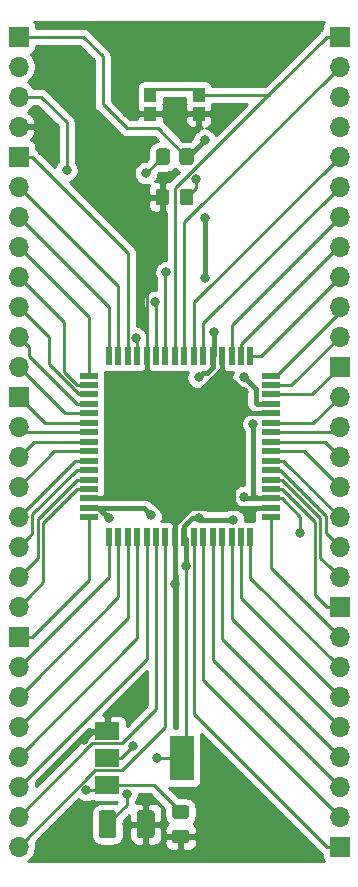
<source format=gbr>
G04 #@! TF.GenerationSoftware,KiCad,Pcbnew,5.1.7-a382d34a8~87~ubuntu20.04.1*
G04 #@! TF.CreationDate,2020-10-11T22:02:26+02:00*
G04 #@! TF.ProjectId,xmega_adapter_board,786d6567-615f-4616-9461-707465725f62,1.1.0*
G04 #@! TF.SameCoordinates,Original*
G04 #@! TF.FileFunction,Copper,L1,Top*
G04 #@! TF.FilePolarity,Positive*
%FSLAX46Y46*%
G04 Gerber Fmt 4.6, Leading zero omitted, Abs format (unit mm)*
G04 Created by KiCad (PCBNEW 5.1.7-a382d34a8~87~ubuntu20.04.1) date 2020-10-11 22:02:26*
%MOMM*%
%LPD*%
G01*
G04 APERTURE LIST*
G04 #@! TA.AperFunction,SMDPad,CuDef*
%ADD10R,1.000000X1.200000*%
G04 #@! TD*
G04 #@! TA.AperFunction,SMDPad,CuDef*
%ADD11R,2.000000X1.500000*%
G04 #@! TD*
G04 #@! TA.AperFunction,SMDPad,CuDef*
%ADD12R,2.000000X3.800000*%
G04 #@! TD*
G04 #@! TA.AperFunction,ComponentPad*
%ADD13O,1.700000X1.700000*%
G04 #@! TD*
G04 #@! TA.AperFunction,ComponentPad*
%ADD14R,1.700000X1.700000*%
G04 #@! TD*
G04 #@! TA.AperFunction,SMDPad,CuDef*
%ADD15R,1.500000X0.550000*%
G04 #@! TD*
G04 #@! TA.AperFunction,SMDPad,CuDef*
%ADD16R,0.550000X1.500000*%
G04 #@! TD*
G04 #@! TA.AperFunction,ViaPad*
%ADD17C,0.800000*%
G04 #@! TD*
G04 #@! TA.AperFunction,Conductor*
%ADD18C,0.400000*%
G04 #@! TD*
G04 #@! TA.AperFunction,Conductor*
%ADD19C,0.250000*%
G04 #@! TD*
G04 #@! TA.AperFunction,Conductor*
%ADD20C,0.254000*%
G04 #@! TD*
G04 #@! TA.AperFunction,Conductor*
%ADD21C,0.100000*%
G04 #@! TD*
G04 APERTURE END LIST*
D10*
X203218000Y-72936000D03*
X199118000Y-72936000D03*
X203218000Y-71336000D03*
X199118000Y-71336000D03*
D11*
X195478000Y-125208000D03*
X195478000Y-129808000D03*
X195478000Y-127508000D03*
D12*
X201778000Y-127508000D03*
G04 #@! TA.AperFunction,SMDPad,CuDef*
G36*
G01*
X201577000Y-77031001D02*
X201577000Y-76130999D01*
G75*
G02*
X201826999Y-75881000I249999J0D01*
G01*
X202527001Y-75881000D01*
G75*
G02*
X202777000Y-76130999I0J-249999D01*
G01*
X202777000Y-77031001D01*
G75*
G02*
X202527001Y-77281000I-249999J0D01*
G01*
X201826999Y-77281000D01*
G75*
G02*
X201577000Y-77031001I0J249999D01*
G01*
G37*
G04 #@! TD.AperFunction*
G04 #@! TA.AperFunction,SMDPad,CuDef*
G36*
G01*
X199577000Y-77031001D02*
X199577000Y-76130999D01*
G75*
G02*
X199826999Y-75881000I249999J0D01*
G01*
X200527001Y-75881000D01*
G75*
G02*
X200777000Y-76130999I0J-249999D01*
G01*
X200777000Y-77031001D01*
G75*
G02*
X200527001Y-77281000I-249999J0D01*
G01*
X199826999Y-77281000D01*
G75*
G02*
X199577000Y-77031001I0J249999D01*
G01*
G37*
G04 #@! TD.AperFunction*
G04 #@! TA.AperFunction,SMDPad,CuDef*
G36*
G01*
X197979000Y-134021000D02*
X197979000Y-132171000D01*
G75*
G02*
X198229000Y-131921000I250000J0D01*
G01*
X199229000Y-131921000D01*
G75*
G02*
X199479000Y-132171000I0J-250000D01*
G01*
X199479000Y-134021000D01*
G75*
G02*
X199229000Y-134271000I-250000J0D01*
G01*
X198229000Y-134271000D01*
G75*
G02*
X197979000Y-134021000I0J250000D01*
G01*
G37*
G04 #@! TD.AperFunction*
G04 #@! TA.AperFunction,SMDPad,CuDef*
G36*
G01*
X194729000Y-134021000D02*
X194729000Y-132171000D01*
G75*
G02*
X194979000Y-131921000I250000J0D01*
G01*
X195979000Y-131921000D01*
G75*
G02*
X196229000Y-132171000I0J-250000D01*
G01*
X196229000Y-134021000D01*
G75*
G02*
X195979000Y-134271000I-250000J0D01*
G01*
X194979000Y-134271000D01*
G75*
G02*
X194729000Y-134021000I0J250000D01*
G01*
G37*
G04 #@! TD.AperFunction*
G04 #@! TA.AperFunction,SMDPad,CuDef*
G36*
G01*
X201201000Y-133546000D02*
X202151000Y-133546000D01*
G75*
G02*
X202401000Y-133796000I0J-250000D01*
G01*
X202401000Y-134471000D01*
G75*
G02*
X202151000Y-134721000I-250000J0D01*
G01*
X201201000Y-134721000D01*
G75*
G02*
X200951000Y-134471000I0J250000D01*
G01*
X200951000Y-133796000D01*
G75*
G02*
X201201000Y-133546000I250000J0D01*
G01*
G37*
G04 #@! TD.AperFunction*
G04 #@! TA.AperFunction,SMDPad,CuDef*
G36*
G01*
X201201000Y-131471000D02*
X202151000Y-131471000D01*
G75*
G02*
X202401000Y-131721000I0J-250000D01*
G01*
X202401000Y-132396000D01*
G75*
G02*
X202151000Y-132646000I-250000J0D01*
G01*
X201201000Y-132646000D01*
G75*
G02*
X200951000Y-132396000I0J250000D01*
G01*
X200951000Y-131721000D01*
G75*
G02*
X201201000Y-131471000I250000J0D01*
G01*
G37*
G04 #@! TD.AperFunction*
G04 #@! TA.AperFunction,SMDPad,CuDef*
G36*
G01*
X201609000Y-80460001D02*
X201609000Y-79559999D01*
G75*
G02*
X201858999Y-79310000I249999J0D01*
G01*
X202509001Y-79310000D01*
G75*
G02*
X202759000Y-79559999I0J-249999D01*
G01*
X202759000Y-80460001D01*
G75*
G02*
X202509001Y-80710000I-249999J0D01*
G01*
X201858999Y-80710000D01*
G75*
G02*
X201609000Y-80460001I0J249999D01*
G01*
G37*
G04 #@! TD.AperFunction*
G04 #@! TA.AperFunction,SMDPad,CuDef*
G36*
G01*
X199559000Y-80460001D02*
X199559000Y-79559999D01*
G75*
G02*
X199808999Y-79310000I249999J0D01*
G01*
X200459001Y-79310000D01*
G75*
G02*
X200709000Y-79559999I0J-249999D01*
G01*
X200709000Y-80460001D01*
G75*
G02*
X200459001Y-80710000I-249999J0D01*
G01*
X199808999Y-80710000D01*
G75*
G02*
X199559000Y-80460001I0J249999D01*
G01*
G37*
G04 #@! TD.AperFunction*
D13*
X215138000Y-74041000D03*
X215138000Y-71501000D03*
X215138000Y-68961000D03*
D14*
X215138000Y-66421000D03*
D13*
X187960000Y-74041000D03*
X187960000Y-71501000D03*
X187960000Y-68961000D03*
D14*
X187960000Y-66421000D03*
X187960000Y-76581000D03*
D13*
X187960000Y-79121000D03*
X187960000Y-81661000D03*
X187960000Y-84201000D03*
X187960000Y-86741000D03*
X187960000Y-89281000D03*
X187960000Y-91821000D03*
X187960000Y-94361000D03*
X187960000Y-114681000D03*
X187960000Y-112141000D03*
X187960000Y-109601000D03*
X187960000Y-107061000D03*
X187960000Y-104521000D03*
X187960000Y-101981000D03*
X187960000Y-99441000D03*
D14*
X187960000Y-96901000D03*
X187960000Y-117221000D03*
D13*
X187960000Y-119761000D03*
X187960000Y-122301000D03*
X187960000Y-124841000D03*
X187960000Y-127381000D03*
X187960000Y-129921000D03*
X187960000Y-132461000D03*
X187960000Y-135001000D03*
X215138000Y-117221000D03*
X215138000Y-119761000D03*
X215138000Y-122301000D03*
X215138000Y-124841000D03*
X215138000Y-127381000D03*
X215138000Y-129921000D03*
X215138000Y-132461000D03*
D14*
X215138000Y-135001000D03*
X215138000Y-114681000D03*
D13*
X215138000Y-112141000D03*
X215138000Y-109601000D03*
X215138000Y-107061000D03*
X215138000Y-104521000D03*
X215138000Y-101981000D03*
X215138000Y-99441000D03*
X215138000Y-96901000D03*
X215138000Y-76581000D03*
X215138000Y-79121000D03*
X215138000Y-81661000D03*
X215138000Y-84201000D03*
X215138000Y-86741000D03*
X215138000Y-89281000D03*
X215138000Y-91821000D03*
D14*
X215138000Y-94361000D03*
D15*
X193896000Y-95111000D03*
X193896000Y-95911000D03*
X193896000Y-96711000D03*
X193896000Y-97511000D03*
X193896000Y-98311000D03*
X193896000Y-99111000D03*
X193896000Y-99911000D03*
X193896000Y-100711000D03*
X193896000Y-101511000D03*
X193896000Y-102311000D03*
X193896000Y-103111000D03*
X193896000Y-103911000D03*
X193896000Y-104711000D03*
X193896000Y-105511000D03*
X193896000Y-106311000D03*
X193896000Y-107111000D03*
D16*
X195596000Y-108811000D03*
X196396000Y-108811000D03*
X197196000Y-108811000D03*
X197996000Y-108811000D03*
X198796000Y-108811000D03*
X199596000Y-108811000D03*
X200396000Y-108811000D03*
X201196000Y-108811000D03*
X201996000Y-108811000D03*
X202796000Y-108811000D03*
X203596000Y-108811000D03*
X204396000Y-108811000D03*
X205196000Y-108811000D03*
X205996000Y-108811000D03*
X206796000Y-108811000D03*
X207596000Y-108811000D03*
D15*
X209296000Y-107111000D03*
X209296000Y-106311000D03*
X209296000Y-105511000D03*
X209296000Y-104711000D03*
X209296000Y-103911000D03*
X209296000Y-103111000D03*
X209296000Y-102311000D03*
X209296000Y-101511000D03*
X209296000Y-100711000D03*
X209296000Y-99911000D03*
X209296000Y-99111000D03*
X209296000Y-98311000D03*
X209296000Y-97511000D03*
X209296000Y-96711000D03*
X209296000Y-95911000D03*
X209296000Y-95111000D03*
D16*
X207596000Y-93411000D03*
X206796000Y-93411000D03*
X205996000Y-93411000D03*
X205196000Y-93411000D03*
X204396000Y-93411000D03*
X203596000Y-93411000D03*
X202796000Y-93411000D03*
X201996000Y-93411000D03*
X201196000Y-93411000D03*
X200396000Y-93411000D03*
X199596000Y-93411000D03*
X198796000Y-93411000D03*
X197996000Y-93411000D03*
X197196000Y-93411000D03*
X196396000Y-93411000D03*
X195596000Y-93411000D03*
D17*
X207010000Y-98215001D03*
X207010000Y-96520000D03*
X198796000Y-87036000D03*
X201168000Y-112776000D03*
X193515202Y-125951202D03*
X197104000Y-133096000D03*
X197104000Y-72898000D03*
X199521000Y-88900000D03*
X200471000Y-86360000D03*
X198755000Y-77978000D03*
X202946000Y-78486000D03*
X192024000Y-77724000D03*
X193707798Y-130207798D03*
X207011397Y-95248603D03*
X203200000Y-95250000D03*
X207845998Y-99211000D03*
X207011397Y-95248603D03*
X204470000Y-91440000D03*
X203708000Y-75184000D03*
X203708000Y-81788000D03*
X203708000Y-86868000D03*
X202121000Y-111252000D03*
X211827202Y-108458000D03*
X207010000Y-105410000D03*
X206118077Y-107360998D03*
X203200000Y-107211000D03*
X199166103Y-106903897D03*
X195580000Y-107188000D03*
X197612000Y-126492000D03*
X199644000Y-127508000D03*
X197871000Y-91948000D03*
X197104000Y-130556000D03*
D18*
X199046000Y-105511000D02*
X201196000Y-107661000D01*
X193896000Y-105511000D02*
X199046000Y-105511000D01*
X201196000Y-107661000D02*
X201196000Y-108811000D01*
X202546000Y-106311000D02*
X201196000Y-107661000D01*
X209296000Y-106311000D02*
X202546000Y-106311000D01*
X198796000Y-93411000D02*
X198796000Y-95926000D01*
X198796000Y-95926000D02*
X199390000Y-96520000D01*
X205196000Y-94561000D02*
X205196000Y-93411000D01*
X203237000Y-96520000D02*
X205196000Y-94561000D01*
X199390000Y-96520000D02*
X203237000Y-96520000D01*
X209296000Y-98311000D02*
X207105999Y-98311000D01*
X207105999Y-98311000D02*
X207010000Y-98215001D01*
X205196000Y-94706000D02*
X205196000Y-94561000D01*
X207010000Y-96520000D02*
X205196000Y-94706000D01*
X206610001Y-98615000D02*
X207010000Y-98215001D01*
X206109999Y-105842001D02*
X206109999Y-99115002D01*
X206109999Y-99115002D02*
X206610001Y-98615000D01*
X206578998Y-106311000D02*
X206109999Y-105842001D01*
X209296000Y-106311000D02*
X206578998Y-106311000D01*
D19*
X198796000Y-93411000D02*
X198796000Y-87036000D01*
D18*
X194717000Y-105511000D02*
X193896000Y-105511000D01*
X201168000Y-108839000D02*
X201196000Y-108811000D01*
X201168000Y-112776000D02*
X201168000Y-108839000D01*
X194258404Y-125208000D02*
X193515202Y-125951202D01*
X195478000Y-125208000D02*
X194258404Y-125208000D01*
X197104000Y-133096000D02*
X198729000Y-133096000D01*
X199080000Y-72898000D02*
X199118000Y-72936000D01*
X197104000Y-72898000D02*
X199080000Y-72898000D01*
D19*
X199596000Y-93411000D02*
X199596000Y-88975000D01*
X199596000Y-88975000D02*
X199521000Y-88900000D01*
X200396000Y-93411000D02*
X200396000Y-86435000D01*
X200396000Y-86435000D02*
X200471000Y-86360000D01*
X201996000Y-82103000D02*
X215138000Y-68961000D01*
X201996000Y-93411000D02*
X201996000Y-82103000D01*
X214038000Y-66421000D02*
X215138000Y-66421000D01*
X201196000Y-93411000D02*
X201196000Y-79263000D01*
X199118000Y-70828000D02*
X203218000Y-70828000D01*
X209123000Y-71336000D02*
X209571500Y-70887500D01*
X203218000Y-71336000D02*
X209123000Y-71336000D01*
X209571500Y-70887500D02*
X214038000Y-66421000D01*
X201196000Y-79263000D02*
X209571500Y-70887500D01*
X191910000Y-98311000D02*
X187960000Y-94361000D01*
X193896000Y-98311000D02*
X191910000Y-98311000D01*
X188809999Y-92670999D02*
X187960000Y-91821000D01*
X188809999Y-93424999D02*
X188809999Y-92670999D01*
X192896000Y-97511000D02*
X188809999Y-93424999D01*
X193896000Y-97511000D02*
X192896000Y-97511000D01*
X193059590Y-96711000D02*
X190500000Y-94151410D01*
X193896000Y-96711000D02*
X193059590Y-96711000D01*
X190500000Y-91821000D02*
X187960000Y-89281000D01*
X190500000Y-94151410D02*
X190500000Y-91821000D01*
X192896000Y-95911000D02*
X191770000Y-94785000D01*
X193896000Y-95911000D02*
X192896000Y-95911000D01*
X191770000Y-90551000D02*
X187960000Y-86741000D01*
X191770000Y-94785000D02*
X191770000Y-90551000D01*
X193896000Y-90137000D02*
X187960000Y-84201000D01*
X193896000Y-95111000D02*
X193896000Y-90137000D01*
X195596000Y-89297000D02*
X187960000Y-81661000D01*
X195596000Y-93411000D02*
X195596000Y-89297000D01*
X188809999Y-79970999D02*
X187960000Y-79121000D01*
X196396000Y-87557000D02*
X188809999Y-79970999D01*
X196396000Y-93411000D02*
X196396000Y-87557000D01*
X189060000Y-76581000D02*
X187960000Y-76581000D01*
X197196000Y-84717000D02*
X189060000Y-76581000D01*
X197196000Y-93411000D02*
X197196000Y-84717000D01*
X190035021Y-112605979D02*
X188809999Y-113831001D01*
X190035021Y-107571979D02*
X190035021Y-112605979D01*
X192896000Y-104711000D02*
X190035021Y-107571979D01*
X188809999Y-113831001D02*
X187960000Y-114681000D01*
X193896000Y-104711000D02*
X192896000Y-104711000D01*
X188809999Y-111291001D02*
X187960000Y-112141000D01*
X189585011Y-107221989D02*
X189585011Y-110515989D01*
X192896000Y-103911000D02*
X189585011Y-107221989D01*
X189585011Y-110515989D02*
X188809999Y-111291001D01*
X193896000Y-103911000D02*
X192896000Y-103911000D01*
X188809999Y-108751001D02*
X187960000Y-109601000D01*
X189135001Y-108425999D02*
X188809999Y-108751001D01*
X189135001Y-106871999D02*
X189135001Y-108425999D01*
X192896000Y-103111000D02*
X189135001Y-106871999D01*
X193896000Y-103111000D02*
X192896000Y-103111000D01*
X192710000Y-102311000D02*
X187960000Y-107061000D01*
X193896000Y-102311000D02*
X192710000Y-102311000D01*
X190970000Y-101511000D02*
X187960000Y-104521000D01*
X193896000Y-101511000D02*
X190970000Y-101511000D01*
X189230000Y-100711000D02*
X187960000Y-101981000D01*
X193896000Y-100711000D02*
X189230000Y-100711000D01*
X188430000Y-99911000D02*
X187960000Y-99441000D01*
X193896000Y-99911000D02*
X188430000Y-99911000D01*
X190170000Y-99111000D02*
X187960000Y-96901000D01*
X193896000Y-99111000D02*
X190170000Y-99111000D01*
X194427999Y-128533001D02*
X187960000Y-135001000D01*
X196698001Y-128533001D02*
X194427999Y-128533001D01*
X200396000Y-124835002D02*
X196698001Y-128533001D01*
X200396000Y-108811000D02*
X200396000Y-124835002D01*
X194187999Y-126233001D02*
X187960000Y-132461000D01*
X196698001Y-126233001D02*
X194187999Y-126233001D01*
X199596000Y-123335002D02*
X196698001Y-126233001D01*
X199596000Y-108811000D02*
X199596000Y-123335002D01*
X198796000Y-119085000D02*
X187960000Y-129921000D01*
X198796000Y-108811000D02*
X198796000Y-119085000D01*
X197996000Y-117345000D02*
X187960000Y-127381000D01*
X197996000Y-108811000D02*
X197996000Y-117345000D01*
X197196000Y-115605000D02*
X187960000Y-124841000D01*
X197196000Y-108811000D02*
X197196000Y-115605000D01*
X188809999Y-121451001D02*
X187960000Y-122301000D01*
X196396000Y-113865000D02*
X188809999Y-121451001D01*
X196396000Y-108811000D02*
X196396000Y-113865000D01*
X195596000Y-112125000D02*
X187960000Y-119761000D01*
X195596000Y-108811000D02*
X195596000Y-112125000D01*
X189060000Y-117221000D02*
X187960000Y-117221000D01*
X193896000Y-112385000D02*
X189060000Y-117221000D01*
X193896000Y-107111000D02*
X193896000Y-112385000D01*
X209296000Y-111379000D02*
X215138000Y-117221000D01*
X209296000Y-107111000D02*
X209296000Y-111379000D01*
X207596000Y-112219000D02*
X215138000Y-119761000D01*
X207596000Y-108811000D02*
X207596000Y-112219000D01*
X206796000Y-113959000D02*
X215138000Y-122301000D01*
X206796000Y-108811000D02*
X206796000Y-113959000D01*
X205996000Y-115699000D02*
X215138000Y-124841000D01*
X205996000Y-108811000D02*
X205996000Y-115699000D01*
X205196000Y-117439000D02*
X215138000Y-127381000D01*
X205196000Y-108811000D02*
X205196000Y-117439000D01*
X204396000Y-119179000D02*
X215138000Y-129921000D01*
X204396000Y-108811000D02*
X204396000Y-119179000D01*
X203596000Y-120919000D02*
X215138000Y-132461000D01*
X203596000Y-108811000D02*
X203596000Y-120919000D01*
X214038000Y-135001000D02*
X215138000Y-135001000D01*
X202796000Y-123759000D02*
X214038000Y-135001000D01*
X202796000Y-108811000D02*
X202796000Y-123759000D01*
X212928000Y-99111000D02*
X215138000Y-96901000D01*
X209296000Y-99111000D02*
X212928000Y-99111000D01*
X214668000Y-99911000D02*
X215138000Y-99441000D01*
X209296000Y-99911000D02*
X214668000Y-99911000D01*
X213868000Y-100711000D02*
X215138000Y-101981000D01*
X209296000Y-100711000D02*
X213868000Y-100711000D01*
X212128000Y-101511000D02*
X215138000Y-104521000D01*
X209296000Y-101511000D02*
X212128000Y-101511000D01*
X210388000Y-102311000D02*
X215138000Y-107061000D01*
X209296000Y-102311000D02*
X210388000Y-102311000D01*
X213962999Y-108425999D02*
X214288001Y-108751001D01*
X213962999Y-106967997D02*
X213962999Y-108425999D01*
X214288001Y-108751001D02*
X215138000Y-109601000D01*
X210106002Y-103111000D02*
X213962999Y-106967997D01*
X209296000Y-103111000D02*
X210106002Y-103111000D01*
X213512989Y-110515989D02*
X214288001Y-111291001D01*
X214288001Y-111291001D02*
X215138000Y-112141000D01*
X210269592Y-103911000D02*
X213512989Y-107154397D01*
X213512989Y-107154397D02*
X213512989Y-110515989D01*
X209296000Y-103911000D02*
X210269592Y-103911000D01*
X214038000Y-114681000D02*
X215138000Y-114681000D01*
X213062979Y-107477979D02*
X213062979Y-113705979D01*
X210296000Y-104711000D02*
X213062979Y-107477979D01*
X213062979Y-113705979D02*
X214038000Y-114681000D01*
X209296000Y-104711000D02*
X210296000Y-104711000D01*
X202796000Y-88923000D02*
X215138000Y-76581000D01*
X202796000Y-93411000D02*
X202796000Y-88923000D01*
X203596000Y-90663000D02*
X215138000Y-79121000D01*
X203596000Y-93411000D02*
X203596000Y-90663000D01*
X205996000Y-90803000D02*
X215138000Y-81661000D01*
X205996000Y-93411000D02*
X205996000Y-90803000D01*
X215006000Y-84201000D02*
X215138000Y-84201000D01*
X206796000Y-92411000D02*
X215006000Y-84201000D01*
X206796000Y-93411000D02*
X206796000Y-92411000D01*
X208468000Y-93411000D02*
X215138000Y-86741000D01*
X207596000Y-93411000D02*
X208468000Y-93411000D01*
X215138000Y-89744000D02*
X215138000Y-89281000D01*
X209771000Y-95111000D02*
X215138000Y-89744000D01*
X209296000Y-95111000D02*
X209771000Y-95111000D01*
X211048000Y-95911000D02*
X215138000Y-91821000D01*
X209296000Y-95911000D02*
X211048000Y-95911000D01*
X212788000Y-96711000D02*
X215138000Y-94361000D01*
X209296000Y-96711000D02*
X212788000Y-96711000D01*
X200152000Y-76581000D02*
X198755000Y-77978000D01*
X202946000Y-79248000D02*
X202184000Y-80010000D01*
X202946000Y-78486000D02*
X202946000Y-79248000D01*
X199425500Y-129808000D02*
X201676000Y-132058500D01*
X195478000Y-129808000D02*
X199425500Y-129808000D01*
X187960000Y-71501000D02*
X189865000Y-71501000D01*
X192024000Y-73660000D02*
X192024000Y-77724000D01*
X189865000Y-71501000D02*
X192024000Y-73660000D01*
X195078202Y-130207798D02*
X195478000Y-129808000D01*
X193707798Y-130207798D02*
X195078202Y-130207798D01*
X209195000Y-105410000D02*
X209296000Y-105511000D01*
X209175001Y-97390001D02*
X209296000Y-97511000D01*
D18*
X208045999Y-96283205D02*
X207011397Y-95248603D01*
X208045999Y-97410999D02*
X208045999Y-96283205D01*
X209296000Y-97511000D02*
X208146000Y-97511000D01*
X208146000Y-97511000D02*
X208045999Y-97410999D01*
X204396000Y-94371038D02*
X204396000Y-93411000D01*
X203917037Y-94850001D02*
X204396000Y-94371038D01*
X203599999Y-94850001D02*
X203917037Y-94850001D01*
X203200000Y-95250000D02*
X203599999Y-94850001D01*
X207845998Y-105210998D02*
X207845998Y-99211000D01*
X209296000Y-105511000D02*
X208146000Y-105511000D01*
X208146000Y-105511000D02*
X207845998Y-105210998D01*
X204470000Y-93337000D02*
X204396000Y-93411000D01*
X204470000Y-91440000D02*
X204470000Y-93337000D01*
X203708000Y-81788000D02*
X203708000Y-86868000D01*
X202121000Y-108936000D02*
X201996000Y-108811000D01*
X202121000Y-111252000D02*
X202121000Y-108936000D01*
X202311000Y-76581000D02*
X203708000Y-75184000D01*
X202202000Y-76581000D02*
X202311000Y-76581000D01*
X207111000Y-105511000D02*
X207010000Y-105410000D01*
X209296000Y-105511000D02*
X207111000Y-105511000D01*
X203200000Y-107211000D02*
X202635962Y-107211000D01*
X202635962Y-107211000D02*
X201996000Y-107850962D01*
X201996000Y-107850962D02*
X201996000Y-108811000D01*
X203349998Y-107360998D02*
X203200000Y-107211000D01*
X206118077Y-107360998D02*
X203349998Y-107360998D01*
X193896000Y-106311000D02*
X198573206Y-106311000D01*
X198573206Y-106311000D02*
X199166103Y-106903897D01*
X194703000Y-106311000D02*
X193896000Y-106311000D01*
X195580000Y-107188000D02*
X194703000Y-106311000D01*
D19*
X196596000Y-127508000D02*
X197612000Y-126492000D01*
X195478000Y-127508000D02*
X196596000Y-127508000D01*
X199644000Y-127508000D02*
X201778000Y-127508000D01*
X195478000Y-127508000D02*
X194564000Y-127508000D01*
X202121000Y-127165000D02*
X201778000Y-127508000D01*
X202121000Y-111252000D02*
X202121000Y-127165000D01*
X197996000Y-92073000D02*
X197871000Y-91948000D01*
X197996000Y-93411000D02*
X197996000Y-92073000D01*
X197104000Y-131471000D02*
X195479000Y-133096000D01*
X197104000Y-130556000D02*
X197104000Y-131471000D01*
X193421000Y-66421000D02*
X187960000Y-66421000D01*
X195072000Y-68072000D02*
X193421000Y-66421000D01*
X195072000Y-72136000D02*
X195072000Y-68072000D01*
X197104000Y-74168000D02*
X195072000Y-72136000D01*
X199764000Y-74168000D02*
X197104000Y-74168000D01*
X202177000Y-76581000D02*
X199764000Y-74168000D01*
X211827202Y-107042202D02*
X211827202Y-108458000D01*
X210296000Y-105511000D02*
X211827202Y-107042202D01*
X209296000Y-105511000D02*
X210296000Y-105511000D01*
D20*
X213474201Y-135512003D02*
X213497999Y-135541001D01*
X213613724Y-135635974D01*
X213649928Y-135655326D01*
X213649928Y-135851000D01*
X213662188Y-135975482D01*
X213698498Y-136095180D01*
X213757463Y-136205494D01*
X213790705Y-136246000D01*
X188769655Y-136246000D01*
X188906632Y-136154475D01*
X189113475Y-135947632D01*
X189275990Y-135704411D01*
X189387932Y-135434158D01*
X189445000Y-135147260D01*
X189445000Y-134854740D01*
X189401209Y-134634592D01*
X193036045Y-130999756D01*
X193048024Y-131011735D01*
X193217542Y-131125003D01*
X193405900Y-131203024D01*
X193605859Y-131242798D01*
X193809737Y-131242798D01*
X194009696Y-131203024D01*
X194194490Y-131126479D01*
X194233820Y-131147502D01*
X194353518Y-131183812D01*
X194478000Y-131196072D01*
X196286899Y-131196072D01*
X196293799Y-131206399D01*
X196189046Y-131311153D01*
X196152254Y-131299992D01*
X195979000Y-131282928D01*
X194979000Y-131282928D01*
X194805746Y-131299992D01*
X194639150Y-131350528D01*
X194485614Y-131432595D01*
X194351038Y-131543038D01*
X194240595Y-131677614D01*
X194158528Y-131831150D01*
X194107992Y-131997746D01*
X194090928Y-132171000D01*
X194090928Y-134021000D01*
X194107992Y-134194254D01*
X194158528Y-134360850D01*
X194240595Y-134514386D01*
X194351038Y-134648962D01*
X194485614Y-134759405D01*
X194639150Y-134841472D01*
X194805746Y-134892008D01*
X194979000Y-134909072D01*
X195979000Y-134909072D01*
X196152254Y-134892008D01*
X196318850Y-134841472D01*
X196472386Y-134759405D01*
X196606962Y-134648962D01*
X196717405Y-134514386D01*
X196799472Y-134360850D01*
X196826727Y-134271000D01*
X197340928Y-134271000D01*
X197353188Y-134395482D01*
X197389498Y-134515180D01*
X197448463Y-134625494D01*
X197527815Y-134722185D01*
X197624506Y-134801537D01*
X197734820Y-134860502D01*
X197854518Y-134896812D01*
X197979000Y-134909072D01*
X198443250Y-134906000D01*
X198602000Y-134747250D01*
X198602000Y-133223000D01*
X198856000Y-133223000D01*
X198856000Y-134747250D01*
X199014750Y-134906000D01*
X199479000Y-134909072D01*
X199603482Y-134896812D01*
X199723180Y-134860502D01*
X199833494Y-134801537D01*
X199930185Y-134722185D01*
X199931157Y-134721000D01*
X200312928Y-134721000D01*
X200325188Y-134845482D01*
X200361498Y-134965180D01*
X200420463Y-135075494D01*
X200499815Y-135172185D01*
X200596506Y-135251537D01*
X200706820Y-135310502D01*
X200826518Y-135346812D01*
X200951000Y-135359072D01*
X201390250Y-135356000D01*
X201549000Y-135197250D01*
X201549000Y-134260500D01*
X201803000Y-134260500D01*
X201803000Y-135197250D01*
X201961750Y-135356000D01*
X202401000Y-135359072D01*
X202525482Y-135346812D01*
X202645180Y-135310502D01*
X202755494Y-135251537D01*
X202852185Y-135172185D01*
X202931537Y-135075494D01*
X202990502Y-134965180D01*
X203026812Y-134845482D01*
X203039072Y-134721000D01*
X203036000Y-134419250D01*
X202877250Y-134260500D01*
X201803000Y-134260500D01*
X201549000Y-134260500D01*
X200474750Y-134260500D01*
X200316000Y-134419250D01*
X200312928Y-134721000D01*
X199931157Y-134721000D01*
X200009537Y-134625494D01*
X200068502Y-134515180D01*
X200104812Y-134395482D01*
X200117072Y-134271000D01*
X200114000Y-133381750D01*
X199955250Y-133223000D01*
X198856000Y-133223000D01*
X198602000Y-133223000D01*
X197502750Y-133223000D01*
X197344000Y-133381750D01*
X197340928Y-134271000D01*
X196826727Y-134271000D01*
X196850008Y-134194254D01*
X196867072Y-134021000D01*
X196867072Y-132782730D01*
X197342263Y-132307538D01*
X197344000Y-132810250D01*
X197502750Y-132969000D01*
X198602000Y-132969000D01*
X198602000Y-131444750D01*
X198856000Y-131444750D01*
X198856000Y-132969000D01*
X199955250Y-132969000D01*
X200114000Y-132810250D01*
X200117072Y-131921000D01*
X200104812Y-131796518D01*
X200068502Y-131676820D01*
X200009537Y-131566506D01*
X199930185Y-131469815D01*
X199833494Y-131390463D01*
X199723180Y-131331498D01*
X199603482Y-131295188D01*
X199479000Y-131282928D01*
X199014750Y-131286000D01*
X198856000Y-131444750D01*
X198602000Y-131444750D01*
X198443250Y-131286000D01*
X197979000Y-131282928D01*
X197864000Y-131294254D01*
X197864000Y-131259711D01*
X197907937Y-131215774D01*
X198021205Y-131046256D01*
X198099226Y-130857898D01*
X198139000Y-130657939D01*
X198139000Y-130568000D01*
X199110699Y-130568000D01*
X200312928Y-131770230D01*
X200312928Y-132396000D01*
X200329992Y-132569254D01*
X200380528Y-132735850D01*
X200462595Y-132889386D01*
X200573038Y-133023962D01*
X200579594Y-133029342D01*
X200499815Y-133094815D01*
X200420463Y-133191506D01*
X200361498Y-133301820D01*
X200325188Y-133421518D01*
X200312928Y-133546000D01*
X200316000Y-133847750D01*
X200474750Y-134006500D01*
X201549000Y-134006500D01*
X201549000Y-133986500D01*
X201803000Y-133986500D01*
X201803000Y-134006500D01*
X202877250Y-134006500D01*
X203036000Y-133847750D01*
X203039072Y-133546000D01*
X203026812Y-133421518D01*
X202990502Y-133301820D01*
X202931537Y-133191506D01*
X202852185Y-133094815D01*
X202772406Y-133029342D01*
X202778962Y-133023962D01*
X202889405Y-132889386D01*
X202971472Y-132735850D01*
X203022008Y-132569254D01*
X203039072Y-132396000D01*
X203039072Y-131721000D01*
X203022008Y-131547746D01*
X202971472Y-131381150D01*
X202889405Y-131227614D01*
X202778962Y-131093038D01*
X202644386Y-130982595D01*
X202490850Y-130900528D01*
X202324254Y-130849992D01*
X202151000Y-130832928D01*
X201525230Y-130832928D01*
X200734044Y-130041743D01*
X200778000Y-130046072D01*
X202778000Y-130046072D01*
X202902482Y-130033812D01*
X203022180Y-129997502D01*
X203132494Y-129938537D01*
X203229185Y-129859185D01*
X203308537Y-129762494D01*
X203367502Y-129652180D01*
X203403812Y-129532482D01*
X203416072Y-129408000D01*
X203416072Y-125608000D01*
X203403812Y-125483518D01*
X203385565Y-125423366D01*
X213474201Y-135512003D01*
G04 #@! TA.AperFunction,Conductor*
D21*
G36*
X213474201Y-135512003D02*
G01*
X213497999Y-135541001D01*
X213613724Y-135635974D01*
X213649928Y-135655326D01*
X213649928Y-135851000D01*
X213662188Y-135975482D01*
X213698498Y-136095180D01*
X213757463Y-136205494D01*
X213790705Y-136246000D01*
X188769655Y-136246000D01*
X188906632Y-136154475D01*
X189113475Y-135947632D01*
X189275990Y-135704411D01*
X189387932Y-135434158D01*
X189445000Y-135147260D01*
X189445000Y-134854740D01*
X189401209Y-134634592D01*
X193036045Y-130999756D01*
X193048024Y-131011735D01*
X193217542Y-131125003D01*
X193405900Y-131203024D01*
X193605859Y-131242798D01*
X193809737Y-131242798D01*
X194009696Y-131203024D01*
X194194490Y-131126479D01*
X194233820Y-131147502D01*
X194353518Y-131183812D01*
X194478000Y-131196072D01*
X196286899Y-131196072D01*
X196293799Y-131206399D01*
X196189046Y-131311153D01*
X196152254Y-131299992D01*
X195979000Y-131282928D01*
X194979000Y-131282928D01*
X194805746Y-131299992D01*
X194639150Y-131350528D01*
X194485614Y-131432595D01*
X194351038Y-131543038D01*
X194240595Y-131677614D01*
X194158528Y-131831150D01*
X194107992Y-131997746D01*
X194090928Y-132171000D01*
X194090928Y-134021000D01*
X194107992Y-134194254D01*
X194158528Y-134360850D01*
X194240595Y-134514386D01*
X194351038Y-134648962D01*
X194485614Y-134759405D01*
X194639150Y-134841472D01*
X194805746Y-134892008D01*
X194979000Y-134909072D01*
X195979000Y-134909072D01*
X196152254Y-134892008D01*
X196318850Y-134841472D01*
X196472386Y-134759405D01*
X196606962Y-134648962D01*
X196717405Y-134514386D01*
X196799472Y-134360850D01*
X196826727Y-134271000D01*
X197340928Y-134271000D01*
X197353188Y-134395482D01*
X197389498Y-134515180D01*
X197448463Y-134625494D01*
X197527815Y-134722185D01*
X197624506Y-134801537D01*
X197734820Y-134860502D01*
X197854518Y-134896812D01*
X197979000Y-134909072D01*
X198443250Y-134906000D01*
X198602000Y-134747250D01*
X198602000Y-133223000D01*
X198856000Y-133223000D01*
X198856000Y-134747250D01*
X199014750Y-134906000D01*
X199479000Y-134909072D01*
X199603482Y-134896812D01*
X199723180Y-134860502D01*
X199833494Y-134801537D01*
X199930185Y-134722185D01*
X199931157Y-134721000D01*
X200312928Y-134721000D01*
X200325188Y-134845482D01*
X200361498Y-134965180D01*
X200420463Y-135075494D01*
X200499815Y-135172185D01*
X200596506Y-135251537D01*
X200706820Y-135310502D01*
X200826518Y-135346812D01*
X200951000Y-135359072D01*
X201390250Y-135356000D01*
X201549000Y-135197250D01*
X201549000Y-134260500D01*
X201803000Y-134260500D01*
X201803000Y-135197250D01*
X201961750Y-135356000D01*
X202401000Y-135359072D01*
X202525482Y-135346812D01*
X202645180Y-135310502D01*
X202755494Y-135251537D01*
X202852185Y-135172185D01*
X202931537Y-135075494D01*
X202990502Y-134965180D01*
X203026812Y-134845482D01*
X203039072Y-134721000D01*
X203036000Y-134419250D01*
X202877250Y-134260500D01*
X201803000Y-134260500D01*
X201549000Y-134260500D01*
X200474750Y-134260500D01*
X200316000Y-134419250D01*
X200312928Y-134721000D01*
X199931157Y-134721000D01*
X200009537Y-134625494D01*
X200068502Y-134515180D01*
X200104812Y-134395482D01*
X200117072Y-134271000D01*
X200114000Y-133381750D01*
X199955250Y-133223000D01*
X198856000Y-133223000D01*
X198602000Y-133223000D01*
X197502750Y-133223000D01*
X197344000Y-133381750D01*
X197340928Y-134271000D01*
X196826727Y-134271000D01*
X196850008Y-134194254D01*
X196867072Y-134021000D01*
X196867072Y-132782730D01*
X197342263Y-132307538D01*
X197344000Y-132810250D01*
X197502750Y-132969000D01*
X198602000Y-132969000D01*
X198602000Y-131444750D01*
X198856000Y-131444750D01*
X198856000Y-132969000D01*
X199955250Y-132969000D01*
X200114000Y-132810250D01*
X200117072Y-131921000D01*
X200104812Y-131796518D01*
X200068502Y-131676820D01*
X200009537Y-131566506D01*
X199930185Y-131469815D01*
X199833494Y-131390463D01*
X199723180Y-131331498D01*
X199603482Y-131295188D01*
X199479000Y-131282928D01*
X199014750Y-131286000D01*
X198856000Y-131444750D01*
X198602000Y-131444750D01*
X198443250Y-131286000D01*
X197979000Y-131282928D01*
X197864000Y-131294254D01*
X197864000Y-131259711D01*
X197907937Y-131215774D01*
X198021205Y-131046256D01*
X198099226Y-130857898D01*
X198139000Y-130657939D01*
X198139000Y-130568000D01*
X199110699Y-130568000D01*
X200312928Y-131770230D01*
X200312928Y-132396000D01*
X200329992Y-132569254D01*
X200380528Y-132735850D01*
X200462595Y-132889386D01*
X200573038Y-133023962D01*
X200579594Y-133029342D01*
X200499815Y-133094815D01*
X200420463Y-133191506D01*
X200361498Y-133301820D01*
X200325188Y-133421518D01*
X200312928Y-133546000D01*
X200316000Y-133847750D01*
X200474750Y-134006500D01*
X201549000Y-134006500D01*
X201549000Y-133986500D01*
X201803000Y-133986500D01*
X201803000Y-134006500D01*
X202877250Y-134006500D01*
X203036000Y-133847750D01*
X203039072Y-133546000D01*
X203026812Y-133421518D01*
X202990502Y-133301820D01*
X202931537Y-133191506D01*
X202852185Y-133094815D01*
X202772406Y-133029342D01*
X202778962Y-133023962D01*
X202889405Y-132889386D01*
X202971472Y-132735850D01*
X203022008Y-132569254D01*
X203039072Y-132396000D01*
X203039072Y-131721000D01*
X203022008Y-131547746D01*
X202971472Y-131381150D01*
X202889405Y-131227614D01*
X202778962Y-131093038D01*
X202644386Y-130982595D01*
X202490850Y-130900528D01*
X202324254Y-130849992D01*
X202151000Y-130832928D01*
X201525230Y-130832928D01*
X200734044Y-130041743D01*
X200778000Y-130046072D01*
X202778000Y-130046072D01*
X202902482Y-130033812D01*
X203022180Y-129997502D01*
X203132494Y-129938537D01*
X203229185Y-129859185D01*
X203308537Y-129762494D01*
X203367502Y-129652180D01*
X203403812Y-129532482D01*
X203416072Y-129408000D01*
X203416072Y-125608000D01*
X203403812Y-125483518D01*
X203385565Y-125423366D01*
X213474201Y-135512003D01*
G37*
G04 #@! TD.AperFunction*
D20*
X198836001Y-123020198D02*
X197114193Y-124742008D01*
X197116072Y-124458000D01*
X197103812Y-124333518D01*
X197067502Y-124213820D01*
X197008537Y-124103506D01*
X196929185Y-124006815D01*
X196832494Y-123927463D01*
X196722180Y-123868498D01*
X196602482Y-123832188D01*
X196478000Y-123819928D01*
X195763750Y-123823000D01*
X195605000Y-123981750D01*
X195605000Y-125081000D01*
X195625000Y-125081000D01*
X195625000Y-125335000D01*
X195605000Y-125335000D01*
X195605000Y-125355000D01*
X195351000Y-125355000D01*
X195351000Y-125335000D01*
X194001750Y-125335000D01*
X193843000Y-125493750D01*
X193842589Y-125555872D01*
X193763723Y-125598027D01*
X193647998Y-125693000D01*
X193624200Y-125721998D01*
X189445000Y-129901199D01*
X189445000Y-129774740D01*
X189401209Y-129554592D01*
X193938276Y-125017526D01*
X194001750Y-125081000D01*
X195351000Y-125081000D01*
X195351000Y-123981750D01*
X195192250Y-123823000D01*
X195133056Y-123822745D01*
X198836001Y-120119801D01*
X198836001Y-123020198D01*
G04 #@! TA.AperFunction,Conductor*
D21*
G36*
X198836001Y-123020198D02*
G01*
X197114193Y-124742008D01*
X197116072Y-124458000D01*
X197103812Y-124333518D01*
X197067502Y-124213820D01*
X197008537Y-124103506D01*
X196929185Y-124006815D01*
X196832494Y-123927463D01*
X196722180Y-123868498D01*
X196602482Y-123832188D01*
X196478000Y-123819928D01*
X195763750Y-123823000D01*
X195605000Y-123981750D01*
X195605000Y-125081000D01*
X195625000Y-125081000D01*
X195625000Y-125335000D01*
X195605000Y-125335000D01*
X195605000Y-125355000D01*
X195351000Y-125355000D01*
X195351000Y-125335000D01*
X194001750Y-125335000D01*
X193843000Y-125493750D01*
X193842589Y-125555872D01*
X193763723Y-125598027D01*
X193647998Y-125693000D01*
X193624200Y-125721998D01*
X189445000Y-129901199D01*
X189445000Y-129774740D01*
X189401209Y-129554592D01*
X193938276Y-125017526D01*
X194001750Y-125081000D01*
X195351000Y-125081000D01*
X195351000Y-123981750D01*
X195192250Y-123823000D01*
X195133056Y-123822745D01*
X198836001Y-120119801D01*
X198836001Y-123020198D01*
G37*
G04 #@! TD.AperFunction*
D20*
X201203795Y-111742256D02*
X201317063Y-111911774D01*
X201361000Y-111955711D01*
X201361001Y-124969928D01*
X201146388Y-124969928D01*
X201156000Y-124872335D01*
X201156000Y-124872326D01*
X201159676Y-124835003D01*
X201156000Y-124797680D01*
X201156000Y-111626869D01*
X201203795Y-111742256D01*
G04 #@! TA.AperFunction,Conductor*
D21*
G36*
X201203795Y-111742256D02*
G01*
X201317063Y-111911774D01*
X201361000Y-111955711D01*
X201361001Y-124969928D01*
X201146388Y-124969928D01*
X201156000Y-124872335D01*
X201156000Y-124872326D01*
X201159676Y-124835003D01*
X201156000Y-124797680D01*
X201156000Y-111626869D01*
X201203795Y-111742256D01*
G37*
G04 #@! TD.AperFunction*
D20*
X198869815Y-94612185D02*
X198966506Y-94691537D01*
X198989667Y-94703917D01*
X199081750Y-94796000D01*
X199195337Y-94786454D01*
X199196518Y-94786812D01*
X199321000Y-94799072D01*
X199871000Y-94799072D01*
X199995482Y-94786812D01*
X199996000Y-94786655D01*
X199996518Y-94786812D01*
X200121000Y-94799072D01*
X200671000Y-94799072D01*
X200795482Y-94786812D01*
X200796000Y-94786655D01*
X200796518Y-94786812D01*
X200921000Y-94799072D01*
X201471000Y-94799072D01*
X201595482Y-94786812D01*
X201596000Y-94786655D01*
X201596518Y-94786812D01*
X201721000Y-94799072D01*
X202266505Y-94799072D01*
X202204774Y-94948102D01*
X202165000Y-95148061D01*
X202165000Y-95351939D01*
X202204774Y-95551898D01*
X202282795Y-95740256D01*
X202396063Y-95909774D01*
X202540226Y-96053937D01*
X202709744Y-96167205D01*
X202898102Y-96245226D01*
X203098061Y-96285000D01*
X203301939Y-96285000D01*
X203501898Y-96245226D01*
X203690256Y-96167205D01*
X203859774Y-96053937D01*
X204003937Y-95909774D01*
X204117205Y-95740256D01*
X204154348Y-95650586D01*
X204238124Y-95625173D01*
X204383183Y-95547637D01*
X204510328Y-95443292D01*
X204536483Y-95411422D01*
X204957422Y-94990483D01*
X204989291Y-94964329D01*
X205093636Y-94837184D01*
X205171172Y-94692125D01*
X205215498Y-94546000D01*
X205269815Y-94612185D01*
X205366506Y-94691537D01*
X205389667Y-94703917D01*
X205481750Y-94796000D01*
X205595337Y-94786454D01*
X205596518Y-94786812D01*
X205721000Y-94799072D01*
X206077323Y-94799072D01*
X206016171Y-94946705D01*
X205976397Y-95146664D01*
X205976397Y-95350542D01*
X206016171Y-95550501D01*
X206094192Y-95738859D01*
X206207460Y-95908377D01*
X206351623Y-96052540D01*
X206521141Y-96165808D01*
X206709499Y-96243829D01*
X206854622Y-96272696D01*
X207211000Y-96629073D01*
X207210999Y-97369980D01*
X207206959Y-97410999D01*
X207210999Y-97452017D01*
X207223081Y-97574687D01*
X207270827Y-97732085D01*
X207348363Y-97877144D01*
X207452708Y-98004290D01*
X207484576Y-98030443D01*
X207526557Y-98072425D01*
X207552709Y-98104291D01*
X207660371Y-98192647D01*
X207544100Y-98215774D01*
X207355742Y-98293795D01*
X207186224Y-98407063D01*
X207042061Y-98551226D01*
X206928793Y-98720744D01*
X206850772Y-98909102D01*
X206810998Y-99109061D01*
X206810998Y-99312939D01*
X206850772Y-99512898D01*
X206928793Y-99701256D01*
X207010999Y-99824286D01*
X207010998Y-104375000D01*
X206908061Y-104375000D01*
X206708102Y-104414774D01*
X206519744Y-104492795D01*
X206350226Y-104606063D01*
X206206063Y-104750226D01*
X206092795Y-104919744D01*
X206014774Y-105108102D01*
X205975000Y-105308061D01*
X205975000Y-105511939D01*
X206014774Y-105711898D01*
X206092795Y-105900256D01*
X206206063Y-106069774D01*
X206350226Y-106213937D01*
X206519744Y-106327205D01*
X206708102Y-106405226D01*
X206908061Y-106445000D01*
X207111939Y-106445000D01*
X207311898Y-106405226D01*
X207454881Y-106346000D01*
X207911000Y-106346000D01*
X207911000Y-106438002D01*
X208051166Y-106438002D01*
X208015463Y-106481506D01*
X208003083Y-106504667D01*
X207911000Y-106596750D01*
X207920546Y-106710337D01*
X207920188Y-106711518D01*
X207907928Y-106836000D01*
X207907928Y-107386000D01*
X207911962Y-107426962D01*
X207871000Y-107422928D01*
X207321000Y-107422928D01*
X207196518Y-107435188D01*
X207196000Y-107435345D01*
X207195482Y-107435188D01*
X207153077Y-107431012D01*
X207153077Y-107259059D01*
X207113303Y-107059100D01*
X207035282Y-106870742D01*
X206922014Y-106701224D01*
X206777851Y-106557061D01*
X206608333Y-106443793D01*
X206419975Y-106365772D01*
X206220016Y-106325998D01*
X206016138Y-106325998D01*
X205816179Y-106365772D01*
X205627821Y-106443793D01*
X205504792Y-106525998D01*
X203978709Y-106525998D01*
X203859774Y-106407063D01*
X203690256Y-106293795D01*
X203501898Y-106215774D01*
X203301939Y-106176000D01*
X203098061Y-106176000D01*
X202898102Y-106215774D01*
X202709744Y-106293795D01*
X202585293Y-106376951D01*
X202472273Y-106388082D01*
X202314875Y-106435828D01*
X202169816Y-106513364D01*
X202080072Y-106587015D01*
X202042671Y-106617709D01*
X202016524Y-106649569D01*
X201434578Y-107231517D01*
X201402709Y-107257671D01*
X201309725Y-107370974D01*
X201298364Y-107384817D01*
X201220828Y-107529876D01*
X201176502Y-107676000D01*
X201122185Y-107609815D01*
X201025494Y-107530463D01*
X201002333Y-107518083D01*
X200910250Y-107426000D01*
X200796663Y-107435546D01*
X200795482Y-107435188D01*
X200671000Y-107422928D01*
X200121000Y-107422928D01*
X200060072Y-107428929D01*
X200083308Y-107394153D01*
X200161329Y-107205795D01*
X200201103Y-107005836D01*
X200201103Y-106801958D01*
X200161329Y-106601999D01*
X200083308Y-106413641D01*
X199970040Y-106244123D01*
X199825877Y-106099960D01*
X199656359Y-105986692D01*
X199468001Y-105908671D01*
X199322878Y-105879804D01*
X199192651Y-105749578D01*
X199166497Y-105717709D01*
X199039352Y-105613364D01*
X198894293Y-105535828D01*
X198736895Y-105488082D01*
X198614225Y-105476000D01*
X198614224Y-105476000D01*
X198573206Y-105471960D01*
X198532188Y-105476000D01*
X195281000Y-105476000D01*
X195281000Y-105383998D01*
X195140834Y-105383998D01*
X195176537Y-105340494D01*
X195188917Y-105317333D01*
X195281000Y-105225250D01*
X195271454Y-105111663D01*
X195271812Y-105110482D01*
X195284072Y-104986000D01*
X195284072Y-104436000D01*
X195271812Y-104311518D01*
X195271655Y-104311000D01*
X195271812Y-104310482D01*
X195284072Y-104186000D01*
X195284072Y-103636000D01*
X195271812Y-103511518D01*
X195271655Y-103511000D01*
X195271812Y-103510482D01*
X195284072Y-103386000D01*
X195284072Y-102836000D01*
X195271812Y-102711518D01*
X195271655Y-102711000D01*
X195271812Y-102710482D01*
X195284072Y-102586000D01*
X195284072Y-102036000D01*
X195271812Y-101911518D01*
X195271655Y-101911000D01*
X195271812Y-101910482D01*
X195284072Y-101786000D01*
X195284072Y-101236000D01*
X195271812Y-101111518D01*
X195271655Y-101111000D01*
X195271812Y-101110482D01*
X195284072Y-100986000D01*
X195284072Y-100436000D01*
X195271812Y-100311518D01*
X195271655Y-100311000D01*
X195271812Y-100310482D01*
X195284072Y-100186000D01*
X195284072Y-99636000D01*
X195271812Y-99511518D01*
X195271655Y-99511000D01*
X195271812Y-99510482D01*
X195284072Y-99386000D01*
X195284072Y-98836000D01*
X195271812Y-98711518D01*
X195271655Y-98711000D01*
X195271812Y-98710482D01*
X195284072Y-98586000D01*
X195284072Y-98036000D01*
X195271812Y-97911518D01*
X195271655Y-97911000D01*
X195271812Y-97910482D01*
X195284072Y-97786000D01*
X195284072Y-97236000D01*
X195271812Y-97111518D01*
X195271655Y-97111000D01*
X195271812Y-97110482D01*
X195284072Y-96986000D01*
X195284072Y-96436000D01*
X195271812Y-96311518D01*
X195271655Y-96311000D01*
X195271812Y-96310482D01*
X195284072Y-96186000D01*
X195284072Y-95636000D01*
X195271812Y-95511518D01*
X195271655Y-95511000D01*
X195271812Y-95510482D01*
X195284072Y-95386000D01*
X195284072Y-94836000D01*
X195280038Y-94795038D01*
X195321000Y-94799072D01*
X195871000Y-94799072D01*
X195995482Y-94786812D01*
X195996000Y-94786655D01*
X195996518Y-94786812D01*
X196121000Y-94799072D01*
X196671000Y-94799072D01*
X196795482Y-94786812D01*
X196796000Y-94786655D01*
X196796518Y-94786812D01*
X196921000Y-94799072D01*
X197471000Y-94799072D01*
X197595482Y-94786812D01*
X197596000Y-94786655D01*
X197596518Y-94786812D01*
X197721000Y-94799072D01*
X198271000Y-94799072D01*
X198395482Y-94786812D01*
X198396663Y-94786454D01*
X198510250Y-94796000D01*
X198602333Y-94703917D01*
X198625494Y-94691537D01*
X198722185Y-94612185D01*
X198796000Y-94522241D01*
X198869815Y-94612185D01*
G04 #@! TA.AperFunction,Conductor*
D21*
G36*
X198869815Y-94612185D02*
G01*
X198966506Y-94691537D01*
X198989667Y-94703917D01*
X199081750Y-94796000D01*
X199195337Y-94786454D01*
X199196518Y-94786812D01*
X199321000Y-94799072D01*
X199871000Y-94799072D01*
X199995482Y-94786812D01*
X199996000Y-94786655D01*
X199996518Y-94786812D01*
X200121000Y-94799072D01*
X200671000Y-94799072D01*
X200795482Y-94786812D01*
X200796000Y-94786655D01*
X200796518Y-94786812D01*
X200921000Y-94799072D01*
X201471000Y-94799072D01*
X201595482Y-94786812D01*
X201596000Y-94786655D01*
X201596518Y-94786812D01*
X201721000Y-94799072D01*
X202266505Y-94799072D01*
X202204774Y-94948102D01*
X202165000Y-95148061D01*
X202165000Y-95351939D01*
X202204774Y-95551898D01*
X202282795Y-95740256D01*
X202396063Y-95909774D01*
X202540226Y-96053937D01*
X202709744Y-96167205D01*
X202898102Y-96245226D01*
X203098061Y-96285000D01*
X203301939Y-96285000D01*
X203501898Y-96245226D01*
X203690256Y-96167205D01*
X203859774Y-96053937D01*
X204003937Y-95909774D01*
X204117205Y-95740256D01*
X204154348Y-95650586D01*
X204238124Y-95625173D01*
X204383183Y-95547637D01*
X204510328Y-95443292D01*
X204536483Y-95411422D01*
X204957422Y-94990483D01*
X204989291Y-94964329D01*
X205093636Y-94837184D01*
X205171172Y-94692125D01*
X205215498Y-94546000D01*
X205269815Y-94612185D01*
X205366506Y-94691537D01*
X205389667Y-94703917D01*
X205481750Y-94796000D01*
X205595337Y-94786454D01*
X205596518Y-94786812D01*
X205721000Y-94799072D01*
X206077323Y-94799072D01*
X206016171Y-94946705D01*
X205976397Y-95146664D01*
X205976397Y-95350542D01*
X206016171Y-95550501D01*
X206094192Y-95738859D01*
X206207460Y-95908377D01*
X206351623Y-96052540D01*
X206521141Y-96165808D01*
X206709499Y-96243829D01*
X206854622Y-96272696D01*
X207211000Y-96629073D01*
X207210999Y-97369980D01*
X207206959Y-97410999D01*
X207210999Y-97452017D01*
X207223081Y-97574687D01*
X207270827Y-97732085D01*
X207348363Y-97877144D01*
X207452708Y-98004290D01*
X207484576Y-98030443D01*
X207526557Y-98072425D01*
X207552709Y-98104291D01*
X207660371Y-98192647D01*
X207544100Y-98215774D01*
X207355742Y-98293795D01*
X207186224Y-98407063D01*
X207042061Y-98551226D01*
X206928793Y-98720744D01*
X206850772Y-98909102D01*
X206810998Y-99109061D01*
X206810998Y-99312939D01*
X206850772Y-99512898D01*
X206928793Y-99701256D01*
X207010999Y-99824286D01*
X207010998Y-104375000D01*
X206908061Y-104375000D01*
X206708102Y-104414774D01*
X206519744Y-104492795D01*
X206350226Y-104606063D01*
X206206063Y-104750226D01*
X206092795Y-104919744D01*
X206014774Y-105108102D01*
X205975000Y-105308061D01*
X205975000Y-105511939D01*
X206014774Y-105711898D01*
X206092795Y-105900256D01*
X206206063Y-106069774D01*
X206350226Y-106213937D01*
X206519744Y-106327205D01*
X206708102Y-106405226D01*
X206908061Y-106445000D01*
X207111939Y-106445000D01*
X207311898Y-106405226D01*
X207454881Y-106346000D01*
X207911000Y-106346000D01*
X207911000Y-106438002D01*
X208051166Y-106438002D01*
X208015463Y-106481506D01*
X208003083Y-106504667D01*
X207911000Y-106596750D01*
X207920546Y-106710337D01*
X207920188Y-106711518D01*
X207907928Y-106836000D01*
X207907928Y-107386000D01*
X207911962Y-107426962D01*
X207871000Y-107422928D01*
X207321000Y-107422928D01*
X207196518Y-107435188D01*
X207196000Y-107435345D01*
X207195482Y-107435188D01*
X207153077Y-107431012D01*
X207153077Y-107259059D01*
X207113303Y-107059100D01*
X207035282Y-106870742D01*
X206922014Y-106701224D01*
X206777851Y-106557061D01*
X206608333Y-106443793D01*
X206419975Y-106365772D01*
X206220016Y-106325998D01*
X206016138Y-106325998D01*
X205816179Y-106365772D01*
X205627821Y-106443793D01*
X205504792Y-106525998D01*
X203978709Y-106525998D01*
X203859774Y-106407063D01*
X203690256Y-106293795D01*
X203501898Y-106215774D01*
X203301939Y-106176000D01*
X203098061Y-106176000D01*
X202898102Y-106215774D01*
X202709744Y-106293795D01*
X202585293Y-106376951D01*
X202472273Y-106388082D01*
X202314875Y-106435828D01*
X202169816Y-106513364D01*
X202080072Y-106587015D01*
X202042671Y-106617709D01*
X202016524Y-106649569D01*
X201434578Y-107231517D01*
X201402709Y-107257671D01*
X201309725Y-107370974D01*
X201298364Y-107384817D01*
X201220828Y-107529876D01*
X201176502Y-107676000D01*
X201122185Y-107609815D01*
X201025494Y-107530463D01*
X201002333Y-107518083D01*
X200910250Y-107426000D01*
X200796663Y-107435546D01*
X200795482Y-107435188D01*
X200671000Y-107422928D01*
X200121000Y-107422928D01*
X200060072Y-107428929D01*
X200083308Y-107394153D01*
X200161329Y-107205795D01*
X200201103Y-107005836D01*
X200201103Y-106801958D01*
X200161329Y-106601999D01*
X200083308Y-106413641D01*
X199970040Y-106244123D01*
X199825877Y-106099960D01*
X199656359Y-105986692D01*
X199468001Y-105908671D01*
X199322878Y-105879804D01*
X199192651Y-105749578D01*
X199166497Y-105717709D01*
X199039352Y-105613364D01*
X198894293Y-105535828D01*
X198736895Y-105488082D01*
X198614225Y-105476000D01*
X198614224Y-105476000D01*
X198573206Y-105471960D01*
X198532188Y-105476000D01*
X195281000Y-105476000D01*
X195281000Y-105383998D01*
X195140834Y-105383998D01*
X195176537Y-105340494D01*
X195188917Y-105317333D01*
X195281000Y-105225250D01*
X195271454Y-105111663D01*
X195271812Y-105110482D01*
X195284072Y-104986000D01*
X195284072Y-104436000D01*
X195271812Y-104311518D01*
X195271655Y-104311000D01*
X195271812Y-104310482D01*
X195284072Y-104186000D01*
X195284072Y-103636000D01*
X195271812Y-103511518D01*
X195271655Y-103511000D01*
X195271812Y-103510482D01*
X195284072Y-103386000D01*
X195284072Y-102836000D01*
X195271812Y-102711518D01*
X195271655Y-102711000D01*
X195271812Y-102710482D01*
X195284072Y-102586000D01*
X195284072Y-102036000D01*
X195271812Y-101911518D01*
X195271655Y-101911000D01*
X195271812Y-101910482D01*
X195284072Y-101786000D01*
X195284072Y-101236000D01*
X195271812Y-101111518D01*
X195271655Y-101111000D01*
X195271812Y-101110482D01*
X195284072Y-100986000D01*
X195284072Y-100436000D01*
X195271812Y-100311518D01*
X195271655Y-100311000D01*
X195271812Y-100310482D01*
X195284072Y-100186000D01*
X195284072Y-99636000D01*
X195271812Y-99511518D01*
X195271655Y-99511000D01*
X195271812Y-99510482D01*
X195284072Y-99386000D01*
X195284072Y-98836000D01*
X195271812Y-98711518D01*
X195271655Y-98711000D01*
X195271812Y-98710482D01*
X195284072Y-98586000D01*
X195284072Y-98036000D01*
X195271812Y-97911518D01*
X195271655Y-97911000D01*
X195271812Y-97910482D01*
X195284072Y-97786000D01*
X195284072Y-97236000D01*
X195271812Y-97111518D01*
X195271655Y-97111000D01*
X195271812Y-97110482D01*
X195284072Y-96986000D01*
X195284072Y-96436000D01*
X195271812Y-96311518D01*
X195271655Y-96311000D01*
X195271812Y-96310482D01*
X195284072Y-96186000D01*
X195284072Y-95636000D01*
X195271812Y-95511518D01*
X195271655Y-95511000D01*
X195271812Y-95510482D01*
X195284072Y-95386000D01*
X195284072Y-94836000D01*
X195280038Y-94795038D01*
X195321000Y-94799072D01*
X195871000Y-94799072D01*
X195995482Y-94786812D01*
X195996000Y-94786655D01*
X195996518Y-94786812D01*
X196121000Y-94799072D01*
X196671000Y-94799072D01*
X196795482Y-94786812D01*
X196796000Y-94786655D01*
X196796518Y-94786812D01*
X196921000Y-94799072D01*
X197471000Y-94799072D01*
X197595482Y-94786812D01*
X197596000Y-94786655D01*
X197596518Y-94786812D01*
X197721000Y-94799072D01*
X198271000Y-94799072D01*
X198395482Y-94786812D01*
X198396663Y-94786454D01*
X198510250Y-94796000D01*
X198602333Y-94703917D01*
X198625494Y-94691537D01*
X198722185Y-94612185D01*
X198796000Y-94522241D01*
X198869815Y-94612185D01*
G37*
G04 #@! TD.AperFunction*
D20*
X194312001Y-68386803D02*
X194312000Y-72098677D01*
X194308324Y-72136000D01*
X194312000Y-72173322D01*
X194312000Y-72173332D01*
X194322997Y-72284985D01*
X194366454Y-72428246D01*
X194437026Y-72560276D01*
X194469232Y-72599519D01*
X194531999Y-72676001D01*
X194561003Y-72699804D01*
X196540200Y-74679002D01*
X196563999Y-74708001D01*
X196592997Y-74731799D01*
X196679723Y-74802974D01*
X196791862Y-74862914D01*
X196811753Y-74873546D01*
X196955014Y-74917003D01*
X197066667Y-74928000D01*
X197066677Y-74928000D01*
X197104000Y-74931676D01*
X197141323Y-74928000D01*
X199449199Y-74928000D01*
X199769764Y-75248565D01*
X199653745Y-75259992D01*
X199487149Y-75310528D01*
X199333613Y-75392595D01*
X199199038Y-75503038D01*
X199088595Y-75637613D01*
X199006528Y-75791149D01*
X198955992Y-75957745D01*
X198938928Y-76130999D01*
X198938928Y-76719270D01*
X198715199Y-76943000D01*
X198653061Y-76943000D01*
X198453102Y-76982774D01*
X198264744Y-77060795D01*
X198095226Y-77174063D01*
X197951063Y-77318226D01*
X197837795Y-77487744D01*
X197759774Y-77676102D01*
X197720000Y-77876061D01*
X197720000Y-78079939D01*
X197759774Y-78279898D01*
X197837795Y-78468256D01*
X197951063Y-78637774D01*
X198095226Y-78781937D01*
X198264744Y-78895205D01*
X198453102Y-78973226D01*
X198653061Y-79013000D01*
X198856939Y-79013000D01*
X199014482Y-78981663D01*
X198969498Y-79065820D01*
X198933188Y-79185518D01*
X198920928Y-79310000D01*
X198924000Y-79724250D01*
X199082750Y-79883000D01*
X200007000Y-79883000D01*
X200007000Y-78833750D01*
X199848250Y-78675000D01*
X199559000Y-78671928D01*
X199521045Y-78675666D01*
X199558937Y-78637774D01*
X199672205Y-78468256D01*
X199750226Y-78279898D01*
X199790000Y-78079939D01*
X199790000Y-78017801D01*
X199888729Y-77919072D01*
X200527001Y-77919072D01*
X200700255Y-77902008D01*
X200866851Y-77851472D01*
X201020387Y-77769405D01*
X201154962Y-77658962D01*
X201177000Y-77632109D01*
X201199038Y-77658962D01*
X201333613Y-77769405D01*
X201487149Y-77851472D01*
X201522119Y-77862080D01*
X200711978Y-78672221D01*
X200709000Y-78671928D01*
X200419750Y-78675000D01*
X200261000Y-78833750D01*
X200261000Y-79883000D01*
X200281000Y-79883000D01*
X200281000Y-80137000D01*
X200261000Y-80137000D01*
X200261000Y-81186250D01*
X200419750Y-81345000D01*
X200436001Y-81345173D01*
X200436001Y-85325000D01*
X200369061Y-85325000D01*
X200169102Y-85364774D01*
X199980744Y-85442795D01*
X199811226Y-85556063D01*
X199667063Y-85700226D01*
X199553795Y-85869744D01*
X199475774Y-86058102D01*
X199436000Y-86258061D01*
X199436000Y-86461939D01*
X199475774Y-86661898D01*
X199553795Y-86850256D01*
X199636001Y-86973286D01*
X199636001Y-87867598D01*
X199622939Y-87865000D01*
X199419061Y-87865000D01*
X199219102Y-87904774D01*
X199030744Y-87982795D01*
X198861226Y-88096063D01*
X198717063Y-88240226D01*
X198603795Y-88409744D01*
X198525774Y-88598102D01*
X198486000Y-88798061D01*
X198486000Y-89001939D01*
X198525774Y-89201898D01*
X198603795Y-89390256D01*
X198717063Y-89559774D01*
X198836001Y-89678712D01*
X198836000Y-91573132D01*
X198788205Y-91457744D01*
X198674937Y-91288226D01*
X198530774Y-91144063D01*
X198361256Y-91030795D01*
X198172898Y-90952774D01*
X197972939Y-90913000D01*
X197956000Y-90913000D01*
X197956000Y-84754333D01*
X197959677Y-84717000D01*
X197945003Y-84568014D01*
X197901546Y-84424753D01*
X197830974Y-84292724D01*
X197759799Y-84205997D01*
X197736001Y-84176999D01*
X197707003Y-84153201D01*
X194263802Y-80710000D01*
X198920928Y-80710000D01*
X198933188Y-80834482D01*
X198969498Y-80954180D01*
X199028463Y-81064494D01*
X199107815Y-81161185D01*
X199204506Y-81240537D01*
X199314820Y-81299502D01*
X199434518Y-81335812D01*
X199559000Y-81348072D01*
X199848250Y-81345000D01*
X200007000Y-81186250D01*
X200007000Y-80137000D01*
X199082750Y-80137000D01*
X198924000Y-80295750D01*
X198920928Y-80710000D01*
X194263802Y-80710000D01*
X192281799Y-78727998D01*
X192325898Y-78719226D01*
X192514256Y-78641205D01*
X192683774Y-78527937D01*
X192827937Y-78383774D01*
X192941205Y-78214256D01*
X193019226Y-78025898D01*
X193059000Y-77825939D01*
X193059000Y-77622061D01*
X193019226Y-77422102D01*
X192941205Y-77233744D01*
X192827937Y-77064226D01*
X192784000Y-77020289D01*
X192784000Y-73697322D01*
X192787676Y-73659999D01*
X192784000Y-73622676D01*
X192784000Y-73622667D01*
X192773003Y-73511014D01*
X192729546Y-73367753D01*
X192658975Y-73235725D01*
X192658974Y-73235723D01*
X192587799Y-73148997D01*
X192564001Y-73119999D01*
X192535004Y-73096202D01*
X190428804Y-70990003D01*
X190405001Y-70960999D01*
X190289276Y-70866026D01*
X190157247Y-70795454D01*
X190013986Y-70751997D01*
X189902333Y-70741000D01*
X189902322Y-70741000D01*
X189865000Y-70737324D01*
X189827678Y-70741000D01*
X189238178Y-70741000D01*
X189113475Y-70554368D01*
X188906632Y-70347525D01*
X188732240Y-70231000D01*
X188906632Y-70114475D01*
X189113475Y-69907632D01*
X189275990Y-69664411D01*
X189387932Y-69394158D01*
X189445000Y-69107260D01*
X189445000Y-68814740D01*
X189387932Y-68527842D01*
X189275990Y-68257589D01*
X189113475Y-68014368D01*
X188981620Y-67882513D01*
X189054180Y-67860502D01*
X189164494Y-67801537D01*
X189261185Y-67722185D01*
X189340537Y-67625494D01*
X189399502Y-67515180D01*
X189435812Y-67395482D01*
X189448072Y-67271000D01*
X189448072Y-67181000D01*
X193106199Y-67181000D01*
X194312001Y-68386803D01*
G04 #@! TA.AperFunction,Conductor*
D21*
G36*
X194312001Y-68386803D02*
G01*
X194312000Y-72098677D01*
X194308324Y-72136000D01*
X194312000Y-72173322D01*
X194312000Y-72173332D01*
X194322997Y-72284985D01*
X194366454Y-72428246D01*
X194437026Y-72560276D01*
X194469232Y-72599519D01*
X194531999Y-72676001D01*
X194561003Y-72699804D01*
X196540200Y-74679002D01*
X196563999Y-74708001D01*
X196592997Y-74731799D01*
X196679723Y-74802974D01*
X196791862Y-74862914D01*
X196811753Y-74873546D01*
X196955014Y-74917003D01*
X197066667Y-74928000D01*
X197066677Y-74928000D01*
X197104000Y-74931676D01*
X197141323Y-74928000D01*
X199449199Y-74928000D01*
X199769764Y-75248565D01*
X199653745Y-75259992D01*
X199487149Y-75310528D01*
X199333613Y-75392595D01*
X199199038Y-75503038D01*
X199088595Y-75637613D01*
X199006528Y-75791149D01*
X198955992Y-75957745D01*
X198938928Y-76130999D01*
X198938928Y-76719270D01*
X198715199Y-76943000D01*
X198653061Y-76943000D01*
X198453102Y-76982774D01*
X198264744Y-77060795D01*
X198095226Y-77174063D01*
X197951063Y-77318226D01*
X197837795Y-77487744D01*
X197759774Y-77676102D01*
X197720000Y-77876061D01*
X197720000Y-78079939D01*
X197759774Y-78279898D01*
X197837795Y-78468256D01*
X197951063Y-78637774D01*
X198095226Y-78781937D01*
X198264744Y-78895205D01*
X198453102Y-78973226D01*
X198653061Y-79013000D01*
X198856939Y-79013000D01*
X199014482Y-78981663D01*
X198969498Y-79065820D01*
X198933188Y-79185518D01*
X198920928Y-79310000D01*
X198924000Y-79724250D01*
X199082750Y-79883000D01*
X200007000Y-79883000D01*
X200007000Y-78833750D01*
X199848250Y-78675000D01*
X199559000Y-78671928D01*
X199521045Y-78675666D01*
X199558937Y-78637774D01*
X199672205Y-78468256D01*
X199750226Y-78279898D01*
X199790000Y-78079939D01*
X199790000Y-78017801D01*
X199888729Y-77919072D01*
X200527001Y-77919072D01*
X200700255Y-77902008D01*
X200866851Y-77851472D01*
X201020387Y-77769405D01*
X201154962Y-77658962D01*
X201177000Y-77632109D01*
X201199038Y-77658962D01*
X201333613Y-77769405D01*
X201487149Y-77851472D01*
X201522119Y-77862080D01*
X200711978Y-78672221D01*
X200709000Y-78671928D01*
X200419750Y-78675000D01*
X200261000Y-78833750D01*
X200261000Y-79883000D01*
X200281000Y-79883000D01*
X200281000Y-80137000D01*
X200261000Y-80137000D01*
X200261000Y-81186250D01*
X200419750Y-81345000D01*
X200436001Y-81345173D01*
X200436001Y-85325000D01*
X200369061Y-85325000D01*
X200169102Y-85364774D01*
X199980744Y-85442795D01*
X199811226Y-85556063D01*
X199667063Y-85700226D01*
X199553795Y-85869744D01*
X199475774Y-86058102D01*
X199436000Y-86258061D01*
X199436000Y-86461939D01*
X199475774Y-86661898D01*
X199553795Y-86850256D01*
X199636001Y-86973286D01*
X199636001Y-87867598D01*
X199622939Y-87865000D01*
X199419061Y-87865000D01*
X199219102Y-87904774D01*
X199030744Y-87982795D01*
X198861226Y-88096063D01*
X198717063Y-88240226D01*
X198603795Y-88409744D01*
X198525774Y-88598102D01*
X198486000Y-88798061D01*
X198486000Y-89001939D01*
X198525774Y-89201898D01*
X198603795Y-89390256D01*
X198717063Y-89559774D01*
X198836001Y-89678712D01*
X198836000Y-91573132D01*
X198788205Y-91457744D01*
X198674937Y-91288226D01*
X198530774Y-91144063D01*
X198361256Y-91030795D01*
X198172898Y-90952774D01*
X197972939Y-90913000D01*
X197956000Y-90913000D01*
X197956000Y-84754333D01*
X197959677Y-84717000D01*
X197945003Y-84568014D01*
X197901546Y-84424753D01*
X197830974Y-84292724D01*
X197759799Y-84205997D01*
X197736001Y-84176999D01*
X197707003Y-84153201D01*
X194263802Y-80710000D01*
X198920928Y-80710000D01*
X198933188Y-80834482D01*
X198969498Y-80954180D01*
X199028463Y-81064494D01*
X199107815Y-81161185D01*
X199204506Y-81240537D01*
X199314820Y-81299502D01*
X199434518Y-81335812D01*
X199559000Y-81348072D01*
X199848250Y-81345000D01*
X200007000Y-81186250D01*
X200007000Y-80137000D01*
X199082750Y-80137000D01*
X198924000Y-80295750D01*
X198920928Y-80710000D01*
X194263802Y-80710000D01*
X192281799Y-78727998D01*
X192325898Y-78719226D01*
X192514256Y-78641205D01*
X192683774Y-78527937D01*
X192827937Y-78383774D01*
X192941205Y-78214256D01*
X193019226Y-78025898D01*
X193059000Y-77825939D01*
X193059000Y-77622061D01*
X193019226Y-77422102D01*
X192941205Y-77233744D01*
X192827937Y-77064226D01*
X192784000Y-77020289D01*
X192784000Y-73697322D01*
X192787676Y-73659999D01*
X192784000Y-73622676D01*
X192784000Y-73622667D01*
X192773003Y-73511014D01*
X192729546Y-73367753D01*
X192658975Y-73235725D01*
X192658974Y-73235723D01*
X192587799Y-73148997D01*
X192564001Y-73119999D01*
X192535004Y-73096202D01*
X190428804Y-70990003D01*
X190405001Y-70960999D01*
X190289276Y-70866026D01*
X190157247Y-70795454D01*
X190013986Y-70751997D01*
X189902333Y-70741000D01*
X189902322Y-70741000D01*
X189865000Y-70737324D01*
X189827678Y-70741000D01*
X189238178Y-70741000D01*
X189113475Y-70554368D01*
X188906632Y-70347525D01*
X188732240Y-70231000D01*
X188906632Y-70114475D01*
X189113475Y-69907632D01*
X189275990Y-69664411D01*
X189387932Y-69394158D01*
X189445000Y-69107260D01*
X189445000Y-68814740D01*
X189387932Y-68527842D01*
X189275990Y-68257589D01*
X189113475Y-68014368D01*
X188981620Y-67882513D01*
X189054180Y-67860502D01*
X189164494Y-67801537D01*
X189261185Y-67722185D01*
X189340537Y-67625494D01*
X189399502Y-67515180D01*
X189435812Y-67395482D01*
X189448072Y-67271000D01*
X189448072Y-67181000D01*
X193106199Y-67181000D01*
X194312001Y-68386803D01*
G37*
G04 #@! TD.AperFunction*
D20*
X191264000Y-73974802D02*
X191264001Y-77020288D01*
X191220063Y-77064226D01*
X191106795Y-77233744D01*
X191028774Y-77422102D01*
X191020002Y-77466201D01*
X189623804Y-76070003D01*
X189600001Y-76040999D01*
X189484276Y-75946026D01*
X189448072Y-75926674D01*
X189448072Y-75731000D01*
X189435812Y-75606518D01*
X189399502Y-75486820D01*
X189340537Y-75376506D01*
X189261185Y-75279815D01*
X189164494Y-75200463D01*
X189054180Y-75141498D01*
X188973534Y-75117034D01*
X189057588Y-75041269D01*
X189231641Y-74807920D01*
X189356825Y-74545099D01*
X189401476Y-74397890D01*
X189280155Y-74168000D01*
X188087000Y-74168000D01*
X188087000Y-74188000D01*
X187833000Y-74188000D01*
X187833000Y-74168000D01*
X187813000Y-74168000D01*
X187813000Y-73914000D01*
X187833000Y-73914000D01*
X187833000Y-73894000D01*
X188087000Y-73894000D01*
X188087000Y-73914000D01*
X189280155Y-73914000D01*
X189401476Y-73684110D01*
X189356825Y-73536901D01*
X189231641Y-73274080D01*
X189057588Y-73040731D01*
X188841355Y-72845822D01*
X188724466Y-72776195D01*
X188906632Y-72654475D01*
X189113475Y-72447632D01*
X189238178Y-72261000D01*
X189550199Y-72261000D01*
X191264000Y-73974802D01*
G04 #@! TA.AperFunction,Conductor*
D21*
G36*
X191264000Y-73974802D02*
G01*
X191264001Y-77020288D01*
X191220063Y-77064226D01*
X191106795Y-77233744D01*
X191028774Y-77422102D01*
X191020002Y-77466201D01*
X189623804Y-76070003D01*
X189600001Y-76040999D01*
X189484276Y-75946026D01*
X189448072Y-75926674D01*
X189448072Y-75731000D01*
X189435812Y-75606518D01*
X189399502Y-75486820D01*
X189340537Y-75376506D01*
X189261185Y-75279815D01*
X189164494Y-75200463D01*
X189054180Y-75141498D01*
X188973534Y-75117034D01*
X189057588Y-75041269D01*
X189231641Y-74807920D01*
X189356825Y-74545099D01*
X189401476Y-74397890D01*
X189280155Y-74168000D01*
X188087000Y-74168000D01*
X188087000Y-74188000D01*
X187833000Y-74188000D01*
X187833000Y-74168000D01*
X187813000Y-74168000D01*
X187813000Y-73914000D01*
X187833000Y-73914000D01*
X187833000Y-73894000D01*
X188087000Y-73894000D01*
X188087000Y-73914000D01*
X189280155Y-73914000D01*
X189401476Y-73684110D01*
X189356825Y-73536901D01*
X189231641Y-73274080D01*
X189057588Y-73040731D01*
X188841355Y-72845822D01*
X188724466Y-72776195D01*
X188906632Y-72654475D01*
X189113475Y-72447632D01*
X189238178Y-72261000D01*
X189550199Y-72261000D01*
X191264000Y-73974802D01*
G37*
G04 #@! TD.AperFunction*
D20*
X213757463Y-65216506D02*
X213698498Y-65326820D01*
X213662188Y-65446518D01*
X213649928Y-65571000D01*
X213649928Y-65766674D01*
X213613723Y-65786026D01*
X213530083Y-65854668D01*
X213497999Y-65880999D01*
X213474201Y-65909997D01*
X209060503Y-70323696D01*
X209060497Y-70323701D01*
X208808198Y-70576000D01*
X204333038Y-70576000D01*
X204307502Y-70491820D01*
X204248537Y-70381506D01*
X204169185Y-70284815D01*
X204072494Y-70205463D01*
X203962180Y-70146498D01*
X203842482Y-70110188D01*
X203718000Y-70097928D01*
X203429394Y-70097928D01*
X203366986Y-70078997D01*
X203255333Y-70068000D01*
X199080667Y-70068000D01*
X198969014Y-70078997D01*
X198906606Y-70097928D01*
X198618000Y-70097928D01*
X198493518Y-70110188D01*
X198373820Y-70146498D01*
X198263506Y-70205463D01*
X198166815Y-70284815D01*
X198087463Y-70381506D01*
X198028498Y-70491820D01*
X197992188Y-70611518D01*
X197979928Y-70736000D01*
X197979928Y-71936000D01*
X197992188Y-72060482D01*
X198015096Y-72136000D01*
X197992188Y-72211518D01*
X197979928Y-72336000D01*
X197983000Y-72650250D01*
X198141750Y-72809000D01*
X198991000Y-72809000D01*
X198991000Y-72789000D01*
X199245000Y-72789000D01*
X199245000Y-72809000D01*
X200094250Y-72809000D01*
X200253000Y-72650250D01*
X200256072Y-72336000D01*
X200243812Y-72211518D01*
X200220904Y-72136000D01*
X200243812Y-72060482D01*
X200256072Y-71936000D01*
X200256072Y-71588000D01*
X202079928Y-71588000D01*
X202079928Y-71936000D01*
X202092188Y-72060482D01*
X202115096Y-72136000D01*
X202092188Y-72211518D01*
X202079928Y-72336000D01*
X202083000Y-72650250D01*
X202241750Y-72809000D01*
X203091000Y-72809000D01*
X203091000Y-72789000D01*
X203345000Y-72789000D01*
X203345000Y-72809000D01*
X204194250Y-72809000D01*
X204353000Y-72650250D01*
X204356072Y-72336000D01*
X204343812Y-72211518D01*
X204320904Y-72136000D01*
X204333038Y-72096000D01*
X207288198Y-72096000D01*
X204644316Y-74739882D01*
X204625205Y-74693744D01*
X204511937Y-74524226D01*
X204367774Y-74380063D01*
X204198256Y-74266795D01*
X204009898Y-74188774D01*
X203855103Y-74157984D01*
X203962180Y-74125502D01*
X204072494Y-74066537D01*
X204169185Y-73987185D01*
X204248537Y-73890494D01*
X204307502Y-73780180D01*
X204343812Y-73660482D01*
X204356072Y-73536000D01*
X204353000Y-73221750D01*
X204194250Y-73063000D01*
X203345000Y-73063000D01*
X203345000Y-74012250D01*
X203502374Y-74169624D01*
X203406102Y-74188774D01*
X203217744Y-74266795D01*
X203048226Y-74380063D01*
X202904063Y-74524226D01*
X202790795Y-74693744D01*
X202712774Y-74882102D01*
X202683908Y-75027225D01*
X202468204Y-75242928D01*
X201913730Y-75242928D01*
X200327804Y-73657003D01*
X200304001Y-73627999D01*
X200251273Y-73584726D01*
X200256072Y-73536000D01*
X202079928Y-73536000D01*
X202092188Y-73660482D01*
X202128498Y-73780180D01*
X202187463Y-73890494D01*
X202266815Y-73987185D01*
X202363506Y-74066537D01*
X202473820Y-74125502D01*
X202593518Y-74161812D01*
X202718000Y-74174072D01*
X202932250Y-74171000D01*
X203091000Y-74012250D01*
X203091000Y-73063000D01*
X202241750Y-73063000D01*
X202083000Y-73221750D01*
X202079928Y-73536000D01*
X200256072Y-73536000D01*
X200253000Y-73221750D01*
X200094250Y-73063000D01*
X199245000Y-73063000D01*
X199245000Y-73083000D01*
X198991000Y-73083000D01*
X198991000Y-73063000D01*
X198141750Y-73063000D01*
X197983000Y-73221750D01*
X197981179Y-73408000D01*
X197418802Y-73408000D01*
X195832000Y-71821199D01*
X195832000Y-68109333D01*
X195835677Y-68072000D01*
X195821003Y-67923014D01*
X195777546Y-67779753D01*
X195706974Y-67647724D01*
X195635799Y-67560997D01*
X195612001Y-67531999D01*
X195583003Y-67508201D01*
X193984804Y-65910003D01*
X193961001Y-65880999D01*
X193845276Y-65786026D01*
X193713247Y-65715454D01*
X193569986Y-65671997D01*
X193458333Y-65661000D01*
X193458322Y-65661000D01*
X193421000Y-65657324D01*
X193383678Y-65661000D01*
X189448072Y-65661000D01*
X189448072Y-65571000D01*
X189435812Y-65446518D01*
X189399502Y-65326820D01*
X189340537Y-65216506D01*
X189307295Y-65176000D01*
X213790705Y-65176000D01*
X213757463Y-65216506D01*
G04 #@! TA.AperFunction,Conductor*
D21*
G36*
X213757463Y-65216506D02*
G01*
X213698498Y-65326820D01*
X213662188Y-65446518D01*
X213649928Y-65571000D01*
X213649928Y-65766674D01*
X213613723Y-65786026D01*
X213530083Y-65854668D01*
X213497999Y-65880999D01*
X213474201Y-65909997D01*
X209060503Y-70323696D01*
X209060497Y-70323701D01*
X208808198Y-70576000D01*
X204333038Y-70576000D01*
X204307502Y-70491820D01*
X204248537Y-70381506D01*
X204169185Y-70284815D01*
X204072494Y-70205463D01*
X203962180Y-70146498D01*
X203842482Y-70110188D01*
X203718000Y-70097928D01*
X203429394Y-70097928D01*
X203366986Y-70078997D01*
X203255333Y-70068000D01*
X199080667Y-70068000D01*
X198969014Y-70078997D01*
X198906606Y-70097928D01*
X198618000Y-70097928D01*
X198493518Y-70110188D01*
X198373820Y-70146498D01*
X198263506Y-70205463D01*
X198166815Y-70284815D01*
X198087463Y-70381506D01*
X198028498Y-70491820D01*
X197992188Y-70611518D01*
X197979928Y-70736000D01*
X197979928Y-71936000D01*
X197992188Y-72060482D01*
X198015096Y-72136000D01*
X197992188Y-72211518D01*
X197979928Y-72336000D01*
X197983000Y-72650250D01*
X198141750Y-72809000D01*
X198991000Y-72809000D01*
X198991000Y-72789000D01*
X199245000Y-72789000D01*
X199245000Y-72809000D01*
X200094250Y-72809000D01*
X200253000Y-72650250D01*
X200256072Y-72336000D01*
X200243812Y-72211518D01*
X200220904Y-72136000D01*
X200243812Y-72060482D01*
X200256072Y-71936000D01*
X200256072Y-71588000D01*
X202079928Y-71588000D01*
X202079928Y-71936000D01*
X202092188Y-72060482D01*
X202115096Y-72136000D01*
X202092188Y-72211518D01*
X202079928Y-72336000D01*
X202083000Y-72650250D01*
X202241750Y-72809000D01*
X203091000Y-72809000D01*
X203091000Y-72789000D01*
X203345000Y-72789000D01*
X203345000Y-72809000D01*
X204194250Y-72809000D01*
X204353000Y-72650250D01*
X204356072Y-72336000D01*
X204343812Y-72211518D01*
X204320904Y-72136000D01*
X204333038Y-72096000D01*
X207288198Y-72096000D01*
X204644316Y-74739882D01*
X204625205Y-74693744D01*
X204511937Y-74524226D01*
X204367774Y-74380063D01*
X204198256Y-74266795D01*
X204009898Y-74188774D01*
X203855103Y-74157984D01*
X203962180Y-74125502D01*
X204072494Y-74066537D01*
X204169185Y-73987185D01*
X204248537Y-73890494D01*
X204307502Y-73780180D01*
X204343812Y-73660482D01*
X204356072Y-73536000D01*
X204353000Y-73221750D01*
X204194250Y-73063000D01*
X203345000Y-73063000D01*
X203345000Y-74012250D01*
X203502374Y-74169624D01*
X203406102Y-74188774D01*
X203217744Y-74266795D01*
X203048226Y-74380063D01*
X202904063Y-74524226D01*
X202790795Y-74693744D01*
X202712774Y-74882102D01*
X202683908Y-75027225D01*
X202468204Y-75242928D01*
X201913730Y-75242928D01*
X200327804Y-73657003D01*
X200304001Y-73627999D01*
X200251273Y-73584726D01*
X200256072Y-73536000D01*
X202079928Y-73536000D01*
X202092188Y-73660482D01*
X202128498Y-73780180D01*
X202187463Y-73890494D01*
X202266815Y-73987185D01*
X202363506Y-74066537D01*
X202473820Y-74125502D01*
X202593518Y-74161812D01*
X202718000Y-74174072D01*
X202932250Y-74171000D01*
X203091000Y-74012250D01*
X203091000Y-73063000D01*
X202241750Y-73063000D01*
X202083000Y-73221750D01*
X202079928Y-73536000D01*
X200256072Y-73536000D01*
X200253000Y-73221750D01*
X200094250Y-73063000D01*
X199245000Y-73063000D01*
X199245000Y-73083000D01*
X198991000Y-73083000D01*
X198991000Y-73063000D01*
X198141750Y-73063000D01*
X197983000Y-73221750D01*
X197981179Y-73408000D01*
X197418802Y-73408000D01*
X195832000Y-71821199D01*
X195832000Y-68109333D01*
X195835677Y-68072000D01*
X195821003Y-67923014D01*
X195777546Y-67779753D01*
X195706974Y-67647724D01*
X195635799Y-67560997D01*
X195612001Y-67531999D01*
X195583003Y-67508201D01*
X193984804Y-65910003D01*
X193961001Y-65880999D01*
X193845276Y-65786026D01*
X193713247Y-65715454D01*
X193569986Y-65671997D01*
X193458333Y-65661000D01*
X193458322Y-65661000D01*
X193421000Y-65657324D01*
X193383678Y-65661000D01*
X189448072Y-65661000D01*
X189448072Y-65571000D01*
X189435812Y-65446518D01*
X189399502Y-65326820D01*
X189340537Y-65216506D01*
X189307295Y-65176000D01*
X213790705Y-65176000D01*
X213757463Y-65216506D01*
G37*
G04 #@! TD.AperFunction*
M02*

</source>
